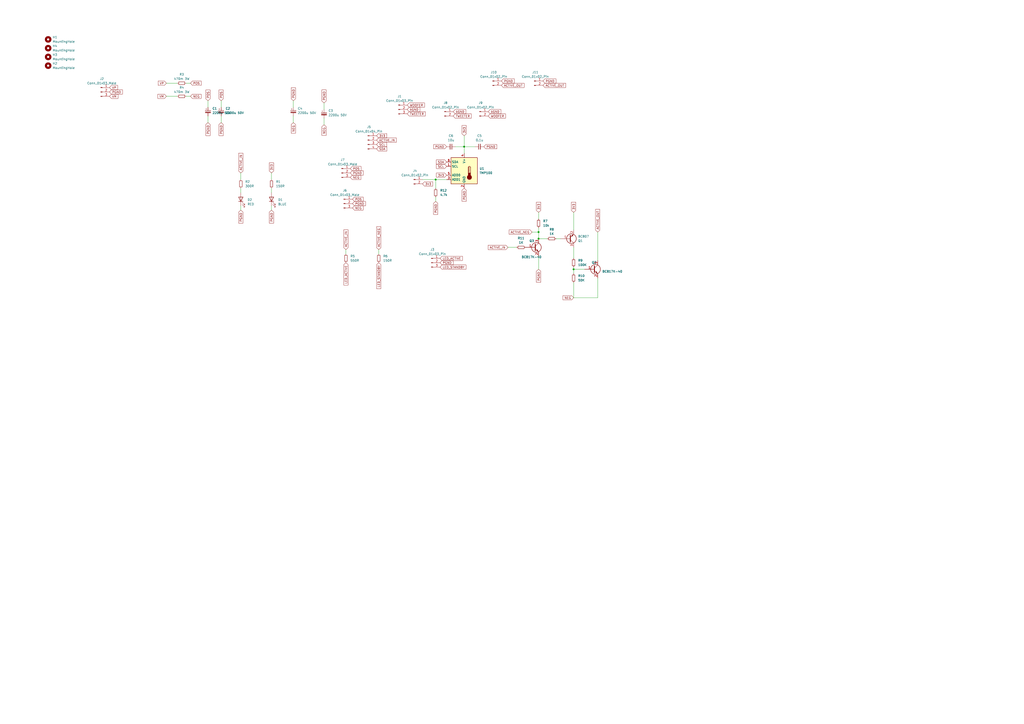
<source format=kicad_sch>
(kicad_sch (version 20231120) (generator "eeschema") (generator_version "8.0")
  (paper "A2")
  (lib_symbols
    (symbol "Connector:Conn_01x02_Pin" (pin_names (offset 1.016) hide)
      (property "Reference" "J" (at 0 2.54 0))
      (property "Value" "Conn_01x02_Pin" (at 0 -5.08 0))
      (symbol "Conn_01x02_Pin_1_1"
        (polyline (pts (xy 1.27 -2.54) (xy 0.8636 -2.54)) (stroke (width 0.1524)))
        (polyline (pts (xy 1.27 0) (xy 0.8636 0)) (stroke (width 0.1524)))
        (rectangle (start 0.8636 -2.413) (end 0 -2.667) (stroke (width 0.1524)) (fill (type outline)))
        (rectangle (start 0.8636 0.127) (end 0 -0.127) (stroke (width 0.1524)) (fill (type outline)))
        (pin passive line (at 5.08 0 180) (length 3.81) (name "Pin_1") (number "1"))
        (pin passive line (at 5.08 -2.54 180) (length 3.81) (name "Pin_2") (number "2"))
      )
    )
    (symbol "Connector:Conn_01x03_Male" (pin_names (offset 1.016) hide)
      (property "Reference" "J" (at 0 5.08 0))
      (property "Value" "Conn_01x03_Male" (at 0 -5.08 0))
      (symbol "Conn_01x03_Male_1_1"
        (polyline (pts (xy 1.27 -2.54) (xy 0.8636 -2.54)) (stroke (width 0.1524)))
        (polyline (pts (xy 1.27 0) (xy 0.8636 0)) (stroke (width 0.1524)))
        (polyline (pts (xy 1.27 2.54) (xy 0.8636 2.54)) (stroke (width 0.1524)))
        (rectangle (start 0.8636 -2.413) (end 0 -2.667) (stroke (width 0.1524)) (fill (type outline)))
        (rectangle (start 0.8636 0.127) (end 0 -0.127) (stroke (width 0.1524)) (fill (type outline)))
        (rectangle (start 0.8636 2.667) (end 0 2.413) (stroke (width 0.1524)) (fill (type outline)))
        (pin passive line (at 5.08 2.54 180) (length 3.81) (name "Pin_1") (number "1"))
        (pin passive line (at 5.08 0 180) (length 3.81) (name "Pin_2") (number "2"))
        (pin passive line (at 5.08 -2.54 180) (length 3.81) (name "Pin_3") (number "3"))
      )
    )
    (symbol "Connector:Conn_01x03_Pin" (pin_names (offset 1.016) hide)
      (property "Reference" "J" (at 0 5.08 0))
      (property "Value" "Conn_01x03_Pin" (at 0 -5.08 0))
      (symbol "Conn_01x03_Pin_1_1"
        (polyline (pts (xy 1.27 -2.54) (xy 0.8636 -2.54)) (stroke (width 0.1524)))
        (polyline (pts (xy 1.27 0) (xy 0.8636 0)) (stroke (width 0.1524)))
        (polyline (pts (xy 1.27 2.54) (xy 0.8636 2.54)) (stroke (width 0.1524)))
        (rectangle (start 0.8636 -2.413) (end 0 -2.667) (stroke (width 0.1524)) (fill (type outline)))
        (rectangle (start 0.8636 0.127) (end 0 -0.127) (stroke (width 0.1524)) (fill (type outline)))
        (rectangle (start 0.8636 2.667) (end 0 2.413) (stroke (width 0.1524)) (fill (type outline)))
        (pin passive line (at 5.08 2.54 180) (length 3.81) (name "Pin_1") (number "1"))
        (pin passive line (at 5.08 0 180) (length 3.81) (name "Pin_2") (number "2"))
        (pin passive line (at 5.08 -2.54 180) (length 3.81) (name "Pin_3") (number "3"))
      )
    )
    (symbol "Connector:Conn_01x04_Pin" (pin_names (offset 1.016) hide)
      (property "Reference" "J" (at 0 5.08 0))
      (property "Value" "Conn_01x04_Pin" (at 0 -7.62 0))
      (symbol "Conn_01x04_Pin_1_1"
        (polyline (pts (xy 1.27 -5.08) (xy 0.8636 -5.08)) (stroke (width 0.1524)))
        (polyline (pts (xy 1.27 -2.54) (xy 0.8636 -2.54)) (stroke (width 0.1524)))
        (polyline (pts (xy 1.27 0) (xy 0.8636 0)) (stroke (width 0.1524)))
        (polyline (pts (xy 1.27 2.54) (xy 0.8636 2.54)) (stroke (width 0.1524)))
        (rectangle (start 0.8636 -4.953) (end 0 -5.207) (stroke (width 0.1524)) (fill (type outline)))
        (rectangle (start 0.8636 -2.413) (end 0 -2.667) (stroke (width 0.1524)) (fill (type outline)))
        (rectangle (start 0.8636 0.127) (end 0 -0.127) (stroke (width 0.1524)) (fill (type outline)))
        (rectangle (start 0.8636 2.667) (end 0 2.413) (stroke (width 0.1524)) (fill (type outline)))
        (pin passive line (at 5.08 2.54 180) (length 3.81) (name "Pin_1") (number "1"))
        (pin passive line (at 5.08 0 180) (length 3.81) (name "Pin_2") (number "2"))
        (pin passive line (at 5.08 -2.54 180) (length 3.81) (name "Pin_3") (number "3"))
        (pin passive line (at 5.08 -5.08 180) (length 3.81) (name "Pin_4") (number "4"))
      )
    )
    (symbol "Device:C_Polarized_Small" (pin_numbers hide) (pin_names (offset 0.254) hide)
      (property "Reference" "C" (at 0.254 1.778 0))
      (property "Value" "C_Polarized_Small" (at 0.254 -2.032 0))
      (symbol "C_Polarized_Small_0_1"
        (rectangle (start -1.524 -0.3048) (end 1.524 -0.6858) (fill (type outline)))
        (rectangle (start -1.524 0.6858) (end 1.524 0.3048))
        (polyline (pts (xy -1.27 1.524) (xy -0.762 1.524)))
        (polyline (pts (xy -1.016 1.27) (xy -1.016 1.778)))
      )
      (symbol "C_Polarized_Small_1_1"
        (pin passive line (at 0 2.54 270) (length 1.8542) (name "~") (number "1"))
        (pin passive line (at 0 -2.54 90) (length 1.8542) (name "~") (number "2"))
      )
    )
    (symbol "Device:C_Small" (pin_numbers hide) (pin_names (offset 0.254) hide)
      (property "Reference" "C" (at 0.254 1.778 0))
      (property "Value" "C_Small" (at 0.254 -2.032 0))
      (symbol "C_Small_0_1"
        (polyline (pts (xy -1.524 -0.508) (xy 1.524 -0.508)) (stroke (width 0.3302)))
        (polyline (pts (xy -1.524 0.508) (xy 1.524 0.508)) (stroke (width 0.3048)))
      )
      (symbol "C_Small_1_1"
        (pin passive line (at 0 2.54 270) (length 2.032) (name "~") (number "1"))
        (pin passive line (at 0 -2.54 90) (length 2.032) (name "~") (number "2"))
      )
    )
    (symbol "Device:LED" (pin_numbers hide) (pin_names (offset 1.016) hide)
      (property "Reference" "D" (at 0 2.54 0))
      (property "Value" "LED" (at 0 -2.54 0))
      (symbol "LED_0_1"
        (polyline (pts (xy -1.27 -1.27) (xy -1.27 1.27)) (stroke (width 0.254)))
        (polyline (pts (xy -1.27 0) (xy 1.27 0)))
        (polyline (pts (xy 1.27 -1.27) (xy 1.27 1.27) (xy -1.27 0) (xy 1.27 -1.27)) (stroke (width 0.254)))
        (polyline (pts (xy -3.048 -0.762) (xy -4.572 -2.286) (xy -3.81 -2.286) (xy -4.572 -2.286) (xy -4.572 -1.524)))
        (polyline (pts (xy -1.778 -0.762) (xy -3.302 -2.286) (xy -2.54 -2.286) (xy -3.302 -2.286) (xy -3.302 -1.524)))
      )
      (symbol "LED_1_1"
        (pin passive line (at -3.81 0 0) (length 2.54) (name "K") (number "1"))
        (pin passive line (at 3.81 0 180) (length 2.54) (name "A") (number "2"))
      )
    )
    (symbol "Device:Q_PNP_BEC" (pin_names (offset 0) hide)
      (property "Reference" "Q" (at 5.08 1.27 0))
      (property "Value" "Q_PNP_BEC" (at 5.08 -1.27 0))
      (symbol "Q_PNP_BEC_0_1"
        (polyline (pts (xy 0.635 0.635) (xy 2.54 2.54)))
        (polyline (pts (xy 0.635 -0.635) (xy 2.54 -2.54) (xy 2.54 -2.54)))
        (polyline (pts (xy 0.635 1.905) (xy 0.635 -1.905) (xy 0.635 -1.905)) (stroke (width 0.508)))
        (polyline (pts (xy 2.286 -1.778) (xy 1.778 -2.286) (xy 1.27 -1.27) (xy 2.286 -1.778) (xy 2.286 -1.778)) (fill (type outline)))
        (circle (center 1.27 0) (radius 2.8194) (stroke (width 0.254)))
      )
      (symbol "Q_PNP_BEC_1_1"
        (pin input line (at -5.08 0 0) (length 5.715) (name "B") (number "1"))
        (pin passive line (at 2.54 -5.08 90) (length 2.54) (name "E") (number "2"))
        (pin passive line (at 2.54 5.08 270) (length 2.54) (name "C") (number "3"))
      )
    )
    (symbol "Device:R_Small" (pin_numbers hide) (pin_names (offset 0.254) hide)
      (property "Reference" "R" (at 0.762 0.508 0))
      (property "Value" "R_Small" (at 0.762 -1.016 0))
      (symbol "R_Small_0_1"
        (rectangle (start -0.762 1.778) (end 0.762 -1.778) (stroke (width 0.2032)))
      )
      (symbol "R_Small_1_1"
        (pin passive line (at 0 2.54 270) (length 0.762) (name "~") (number "1"))
        (pin passive line (at 0 -2.54 90) (length 0.762) (name "~") (number "2"))
      )
    )
    (symbol "Mechanical:MountingHole" (pin_names (offset 1.016))
      (property "Reference" "H" (at 0 5.08 0))
      (property "Value" "MountingHole" (at 0 3.175 0))
      (symbol "MountingHole_0_1"
        (circle (center 0 0) (radius 1.27) (stroke (width 1.27)))
      )
    )
    (symbol "Sensor_Temperature:TMP100"
      (property "Reference" "U" (at 10.16 6.35 0))
      (property "Value" "TMP100" (at 12.7 3.81 0))
      (symbol "TMP100_0_1"
        (rectangle (start -7.62 7.62) (end 7.62 -7.62) (stroke (width 0.254)) (fill (type background)))
      )
      (symbol "TMP100_1_1"
        (polyline (pts (xy 2.413 -0.635) (xy 3.048 -0.635)) (stroke (width 0.254)))
        (polyline (pts (xy 2.413 0) (xy 3.048 0)) (stroke (width 0.254)))
        (polyline (pts (xy 2.413 0.635) (xy 3.048 0.635)) (stroke (width 0.254)))
        (polyline (pts (xy 2.413 1.27) (xy 3.048 1.27)) (stroke (width 0.254)))
        (polyline (pts (xy 2.413 1.905) (xy 2.413 -1.27)) (stroke (width 0.254)))
        (polyline (pts (xy 2.413 1.905) (xy 3.048 1.905)) (stroke (width 0.254)))
        (polyline (pts (xy 3.683 1.905) (xy 3.683 -1.27)) (stroke (width 0.254)))
        (circle (center 3.048 -3.81) (radius 1.27) (stroke (width 0.254)) (fill (type outline)))
        (rectangle (start 3.683 -3.175) (end 2.413 -1.27) (stroke (width 0.254)) (fill (type outline)))
        (arc (start 3.683 1.905) (mid 3.048 2.5373) (end 2.413 1.905) (stroke (width 0.254)))
        (pin input line (at -10.16 2.54 0) (length 2.54) (name "SCL") (number "1"))
        (pin power_in line (at 0 -10.16 90) (length 2.54) (name "GND") (number "2"))
        (pin input line (at -10.16 -5.08 0) (length 2.54) (name "ADD1") (number "3"))
        (pin power_in line (at 0 10.16 270) (length 2.54) (name "V+") (number "4"))
        (pin input line (at -10.16 -2.54 0) (length 2.54) (name "ADD0") (number "5"))
        (pin bidirectional line (at -10.16 5.08 0) (length 2.54) (name "SDA") (number "6"))
      )
    )
    (symbol "Transistor_BJT:2N3055" (pin_names (offset 0) hide)
      (property "Reference" "Q" (at 5.08 1.905 0))
      (property "Value" "2N3055" (at 5.08 0 0))
      (symbol "2N3055_0_1"
        (polyline (pts (xy 0.635 0.635) (xy 2.54 2.54)))
        (polyline (pts (xy 0.635 -0.635) (xy 2.54 -2.54) (xy 2.54 -2.54)))
        (polyline (pts (xy 0.635 1.905) (xy 0.635 -1.905) (xy 0.635 -1.905)) (stroke (width 0.508)))
        (polyline (pts (xy 1.27 -1.778) (xy 1.778 -1.27) (xy 2.286 -2.286) (xy 1.27 -1.778) (xy 1.27 -1.778)) (fill (type outline)))
        (circle (center 1.27 0) (radius 2.8194) (stroke (width 0.254)))
      )
      (symbol "2N3055_1_1"
        (pin input line (at -5.08 0 0) (length 5.715) (name "B") (number "1"))
        (pin passive line (at 2.54 -5.08 90) (length 2.54) (name "E") (number "2"))
        (pin passive line (at 2.54 5.08 270) (length 2.54) (name "C") (number "3"))
      )
    )
  )
  (junction (at 312.42 138.43))
  (junction (at 312.42 134.62))
  (junction (at 332.74 156.21))
  (junction (at 252.73 104.14))
  (junction (at 269.24 85.09))
  (wire (pts (xy 102.87 48.26) (xy 96.52 48.26)))
  (wire (pts (xy 245.11 104.14) (xy 252.73 104.14)))
  (wire (pts (xy 110.49 55.88) (xy 107.95 55.88)))
  (wire (pts (xy 312.42 156.21) (xy 312.42 148.59)))
  (wire (pts (xy 139.7 104.14) (xy 139.7 100.33)))
  (wire (pts (xy 128.27 58.42) (xy 128.27 62.23)))
  (wire (pts (xy 308.61 134.62) (xy 312.42 134.62)))
  (wire (pts (xy 312.42 134.62) (xy 312.42 138.43)))
  (wire (pts (xy 332.74 172.72) (xy 346.71 172.72)))
  (wire (pts (xy 102.87 55.88) (xy 96.52 55.88)))
  (wire (pts (xy 170.18 71.12) (xy 170.18 67.31)))
  (wire (pts (xy 120.65 71.12) (xy 120.65 67.31)))
  (wire (pts (xy 332.74 158.75) (xy 332.74 156.21)))
  (wire (pts (xy 170.18 58.42) (xy 170.18 62.23)))
  (wire (pts (xy 294.64 143.51) (xy 299.72 143.51)))
  (wire (pts (xy 187.96 72.39) (xy 187.96 68.58)))
  (wire (pts (xy 332.74 172.72) (xy 332.74 163.83)))
  (wire (pts (xy 269.24 85.09) (xy 275.59 85.09)))
  (wire (pts (xy 269.24 85.09) (xy 269.24 88.9)))
  (wire (pts (xy 187.96 59.69) (xy 187.96 63.5)))
  (wire (pts (xy 139.7 111.76) (xy 139.7 109.22)))
  (wire (pts (xy 200.66 147.32) (xy 200.66 144.78)))
  (wire (pts (xy 139.7 121.92) (xy 139.7 119.38)))
  (wire (pts (xy 157.48 104.14) (xy 157.48 100.33)))
  (wire (pts (xy 312.42 132.08) (xy 312.42 134.62)))
  (wire (pts (xy 252.73 116.84) (xy 252.73 114.3)))
  (wire (pts (xy 332.74 143.51) (xy 332.74 149.86)))
  (wire (pts (xy 264.16 85.09) (xy 269.24 85.09)))
  (wire (pts (xy 120.65 58.42) (xy 120.65 62.23)))
  (wire (pts (xy 252.73 104.14) (xy 259.08 104.14)))
  (wire (pts (xy 312.42 123.19) (xy 312.42 127)))
  (wire (pts (xy 332.74 156.21) (xy 332.74 154.94)))
  (wire (pts (xy 332.74 123.19) (xy 332.74 133.35)))
  (wire (pts (xy 157.48 121.92) (xy 157.48 119.38)))
  (wire (pts (xy 157.48 111.76) (xy 157.48 109.22)))
  (wire (pts (xy 219.71 147.32) (xy 219.71 144.78)))
  (wire (pts (xy 346.71 134.62) (xy 346.71 151.13)))
  (wire (pts (xy 269.24 78.74) (xy 269.24 85.09)))
  (wire (pts (xy 346.71 161.29) (xy 346.71 172.72)))
  (wire (pts (xy 252.73 109.22) (xy 252.73 104.14)))
  (wire (pts (xy 332.74 156.21) (xy 339.09 156.21)))
  (wire (pts (xy 312.42 138.43) (xy 317.5 138.43)))
  (wire (pts (xy 322.58 138.43) (xy 325.12 138.43)))
  (wire (pts (xy 128.27 71.12) (xy 128.27 67.31)))
  (wire (pts (xy 110.49 48.26) (xy 107.95 48.26)))
  (global_label "3V3" (shape input) (at 259.08 101.6 180) (property "Intersheetrefs" "${INTERSHEET_REFS}" (effects (hide yes))))
  (global_label "LED_STANDBY" (shape input) (at 219.71 152.4 270) (property "Intersheetrefs" "${INTERSHEET_REFS}" (effects (hide yes))))
  (global_label "PGND" (shape input) (at 187.96 59.69 90) (property "Intersheetrefs" "${INTERSHEET_REFS}" (effects (hide yes))))
  (global_label "POS" (shape input) (at 203.2 97.79 0) (property "Intersheetrefs" "${INTERSHEET_REFS}" (effects (hide yes))))
  (global_label "3V3" (shape input) (at 332.74 123.19 90) (property "Intersheetrefs" "${INTERSHEET_REFS}" (effects (hide yes))))
  (global_label "PGND" (shape input) (at 128.27 71.12 270) (property "Intersheetrefs" "${INTERSHEET_REFS}" (effects (hide yes))))
  (global_label "PGND" (shape input) (at 269.24 109.22 270) (property "Intersheetrefs" "${INTERSHEET_REFS}" (effects (hide yes))))
  (global_label "TWEETER" (shape input) (at 236.22 66.04 0) (property "Intersheetrefs" "${INTERSHEET_REFS}" (effects (hide yes))))
  (global_label "WOOFER" (shape input) (at 236.22 60.96 0) (property "Intersheetrefs" "${INTERSHEET_REFS}" (effects (hide yes))))
  (global_label "POS" (shape input) (at 204.47 115.57 0) (property "Intersheetrefs" "${INTERSHEET_REFS}" (effects (hide yes))))
  (global_label "PGND" (shape input) (at 312.42 156.21 270) (property "Intersheetrefs" "${INTERSHEET_REFS}" (effects (hide yes))))
  (global_label "ACTIVE_OUT" (shape input) (at 290.83 49.53 0) (property "Intersheetrefs" "${INTERSHEET_REFS}" (effects (hide yes))))
  (global_label "NEG" (shape input) (at 204.47 120.65 0) (property "Intersheetrefs" "${INTERSHEET_REFS}" (effects (hide yes))))
  (global_label "PGND" (shape input) (at 259.08 85.09 180) (property "Intersheetrefs" "${INTERSHEET_REFS}" (effects (hide yes))))
  (global_label "3V3" (shape input) (at 157.48 100.33 90) (property "Intersheetrefs" "${INTERSHEET_REFS}" (effects (hide yes))))
  (global_label "PGND" (shape input) (at 170.18 58.42 90) (property "Intersheetrefs" "${INTERSHEET_REFS}" (effects (hide yes))))
  (global_label "ACTIVE_IN" (shape input) (at 218.44 81.28 0) (property "Intersheetrefs" "${INTERSHEET_REFS}" (effects (hide yes))))
  (global_label "PGND" (shape input) (at 157.48 121.92 270) (property "Intersheetrefs" "${INTERSHEET_REFS}" (effects (hide yes))))
  (global_label "ACTIVE_IN" (shape input) (at 139.7 100.33 90) (property "Intersheetrefs" "${INTERSHEET_REFS}" (effects (hide yes))))
  (global_label "ACTIVE_IN" (shape input) (at 200.66 144.78 90) (property "Intersheetrefs" "${INTERSHEET_REFS}" (effects (hide yes))))
  (global_label "NEG" (shape input) (at 110.49 55.88 0) (property "Intersheetrefs" "${INTERSHEET_REFS}" (effects (hide yes))))
  (global_label "AGND" (shape input) (at 283.21 64.77 0) (property "Intersheetrefs" "${INTERSHEET_REFS}" (effects (hide yes))))
  (global_label "ACTIVE_OUT" (shape input) (at 346.71 134.62 90) (property "Intersheetrefs" "${INTERSHEET_REFS}" (effects (hide yes))))
  (global_label "SDA" (shape input) (at 218.44 86.36 0) (property "Intersheetrefs" "${INTERSHEET_REFS}" (effects (hide yes))))
  (global_label "WOOFER" (shape input) (at 283.21 67.31 0) (property "Intersheetrefs" "${INTERSHEET_REFS}" (effects (hide yes))))
  (global_label "3V3" (shape input) (at 245.11 106.68 0) (property "Intersheetrefs" "${INTERSHEET_REFS}" (effects (hide yes))))
  (global_label "3V3" (shape input) (at 218.44 78.74 0) (property "Intersheetrefs" "${INTERSHEET_REFS}" (effects (hide yes))))
  (global_label "ACTIVE_OUT" (shape input) (at 314.96 49.53 0) (property "Intersheetrefs" "${INTERSHEET_REFS}" (effects (hide yes))))
  (global_label "VP" (shape input) (at 96.52 48.26 180) (property "Intersheetrefs" "${INTERSHEET_REFS}" (effects (hide yes))))
  (global_label "SDA" (shape input) (at 259.08 93.98 180) (property "Intersheetrefs" "${INTERSHEET_REFS}" (effects (hide yes))))
  (global_label "LED_STANDBY" (shape input) (at 255.27 154.94 0) (property "Intersheetrefs" "${INTERSHEET_REFS}" (effects (hide yes))))
  (global_label "NEG" (shape input) (at 170.18 71.12 270) (property "Intersheetrefs" "${INTERSHEET_REFS}" (effects (hide yes))))
  (global_label "ACTIVE_NEG" (shape input) (at 219.71 144.78 90) (property "Intersheetrefs" "${INTERSHEET_REFS}" (effects (hide yes))))
  (global_label "VM" (shape input) (at 63.5 55.88 0) (property "Intersheetrefs" "${INTERSHEET_REFS}" (effects (hide yes))))
  (global_label "SCL" (shape input) (at 259.08 96.52 180) (property "Intersheetrefs" "${INTERSHEET_REFS}" (effects (hide yes))))
  (global_label "LED_ACTIVE" (shape input) (at 200.66 152.4 270) (property "Intersheetrefs" "${INTERSHEET_REFS}" (effects (hide yes))))
  (global_label "3V3" (shape input) (at 312.42 123.19 90) (property "Intersheetrefs" "${INTERSHEET_REFS}" (effects (hide yes))))
  (global_label "PGND" (shape input) (at 255.27 152.4 0) (property "Intersheetrefs" "${INTERSHEET_REFS}" (effects (hide yes))))
  (global_label "PGND" (shape input) (at 139.7 121.92 270) (property "Intersheetrefs" "${INTERSHEET_REFS}" (effects (hide yes))))
  (global_label "PGND" (shape input) (at 120.65 71.12 270) (property "Intersheetrefs" "${INTERSHEET_REFS}" (effects (hide yes))))
  (global_label "PGND" (shape input) (at 203.2 100.33 0) (property "Intersheetrefs" "${INTERSHEET_REFS}" (effects (hide yes))))
  (global_label "POS" (shape input) (at 110.49 48.26 0) (property "Intersheetrefs" "${INTERSHEET_REFS}" (effects (hide yes))))
  (global_label "POS" (shape input) (at 120.65 58.42 90) (property "Intersheetrefs" "${INTERSHEET_REFS}" (effects (hide yes))))
  (global_label "VP" (shape input) (at 63.5 50.8 0) (property "Intersheetrefs" "${INTERSHEET_REFS}" (effects (hide yes))))
  (global_label "PGND" (shape input) (at 280.67 85.09 0) (property "Intersheetrefs" "${INTERSHEET_REFS}" (effects (hide yes))))
  (global_label "SCL" (shape input) (at 218.44 83.82 0) (property "Intersheetrefs" "${INTERSHEET_REFS}" (effects (hide yes))))
  (global_label "PGND" (shape input) (at 204.47 118.11 0) (property "Intersheetrefs" "${INTERSHEET_REFS}" (effects (hide yes))))
  (global_label "NEG" (shape input) (at 187.96 72.39 270) (property "Intersheetrefs" "${INTERSHEET_REFS}" (effects (hide yes))))
  (global_label "ACTIVE_IN" (shape input) (at 294.64 143.51 180) (property "Intersheetrefs" "${INTERSHEET_REFS}" (effects (hide yes))))
  (global_label "PGND" (shape input) (at 252.73 116.84 270) (property "Intersheetrefs" "${INTERSHEET_REFS}" (effects (hide yes))))
  (global_label "TWEETER" (shape input) (at 262.89 67.31 0) (property "Intersheetrefs" "${INTERSHEET_REFS}" (effects (hide yes))))
  (global_label "VM" (shape input) (at 96.52 55.88 180) (property "Intersheetrefs" "${INTERSHEET_REFS}" (effects (hide yes))))
  (global_label "PGND" (shape input) (at 290.83 46.99 0) (property "Intersheetrefs" "${INTERSHEET_REFS}" (effects (hide yes))))
  (global_label "AGND" (shape input) (at 262.89 64.77 0) (property "Intersheetrefs" "${INTERSHEET_REFS}" (effects (hide yes))))
  (global_label "ACTIVE_NEG" (shape input) (at 308.61 134.62 180) (property "Intersheetrefs" "${INTERSHEET_REFS}" (effects (hide yes))))
  (global_label "PGND" (shape input) (at 314.96 46.99 0) (property "Intersheetrefs" "${INTERSHEET_REFS}" (effects (hide yes))))
  (global_label "POS" (shape input) (at 128.27 58.42 90) (property "Intersheetrefs" "${INTERSHEET_REFS}" (effects (hide yes))))
  (global_label "PGND" (shape input) (at 63.5 53.34 0) (property "Intersheetrefs" "${INTERSHEET_REFS}" (effects (hide yes))))
  (global_label "3V3" (shape input) (at 269.24 78.74 90) (property "Intersheetrefs" "${INTERSHEET_REFS}" (effects (hide yes))))
  (global_label "AGND" (shape input) (at 236.22 63.5 0) (property "Intersheetrefs" "${INTERSHEET_REFS}" (effects (hide yes))))
  (global_label "NEG" (shape input) (at 332.74 172.72 180) (property "Intersheetrefs" "${INTERSHEET_REFS}" (effects (hide yes))))
  (global_label "NEG" (shape input) (at 203.2 102.87 0) (property "Intersheetrefs" "${INTERSHEET_REFS}" (effects (hide yes))))
  (global_label "LED_ACTIVE" (shape input) (at 255.27 149.86 0) (property "Intersheetrefs" "${INTERSHEET_REFS}" (effects (hide yes))))
  (symbol (lib_id "Device:C_Polarized_Small") (at 120.65 64.77 0) (unit 1)
    (property "Reference" "C1" (at 123.19 62.9538 0) (effects (justify left)))
    (property "Value" "2200u 50V" (at 123.19 65.4938 0) (effects (justify left)))
    (property "Footprint" "Capacitor_THT:CP_Radial_D16.0mm_P7.50mm" (effects (hide yes)))
    (property "Description" "Polarized capacitor, small symbol" (effects (hide yes)))
    (property "Mouser" " 80-ESH228M050AM3AA " (effects (hide yes)))
  )
  (symbol (lib_id "Connector:Conn_01x02_Pin") (at 278.13 64.77 0) (unit 1)
    (property "Reference" "J9" (at 278.765 59.69 0))
    (property "Value" "Conn_01x02_Pin" (at 278.765 62.23 0))
    (property "Footprint" "Connector_JST:JST_PH_B2B-PH-K_1x02_P2.00mm_Vertical" (effects (hide yes)))
    (property "Description" "Generic connector, single row, 01x02, script generated" (effects (hide yes)))
  )
  (symbol (lib_id "Device:R_Small") (at 332.74 152.4 180) (unit 1)
    (property "Reference" "R9" (at 335.28 151.1299 0) (effects (justify right)))
    (property "Value" "100K" (at 335.28 153.6699 0) (effects (justify right)))
    (property "Footprint" "Resistor_SMD:R_0603_1608Metric_Pad0.98x0.95mm_HandSolder" (effects (hide yes)))
  )
  (symbol (lib_id "Connector:Conn_01x03_Male") (at 58.42 53.34 0) (unit 1)
    (property "Reference" "J2" (at 59.055 45.72 0))
    (property "Value" "Conn_01x03_Male" (at 59.055 48.26 0))
    (property "Footprint" "Connector_JST:JST_VH_B3P-VH-B_1x03_P3.96mm_Vertical" (effects (hide yes)))
  )
  (symbol (lib_id "Mechanical:MountingHole") (at 27.94 27.94 0) (unit 1)
    (property "Reference" "H4" (at 30.48 26.6699 0) (effects (justify left)))
    (property "Value" "MountingHole" (at 30.48 29.2099 0) (effects (justify left)))
    (property "Footprint" "MountingHole:MountingHole_3.2mm_M3_DIN965_Pad_TopOnly" (effects (hide yes)))
  )
  (symbol (lib_id "Connector:Conn_01x02_Pin") (at 309.88 46.99 0) (unit 1)
    (property "Reference" "J11" (at 310.515 41.91 0))
    (property "Value" "Conn_01x02_Pin" (at 310.515 44.45 0))
    (property "Footprint" "Connector_JST:JST_PH_B2B-PH-K_1x02_P2.00mm_Vertical" (effects (hide yes)))
    (property "Description" "Generic connector, single row, 01x02, script generated" (effects (hide yes)))
  )
  (symbol (lib_id "Device:LED") (at 157.48 115.57 90) (unit 1)
    (property "Reference" "D1" (at 161.29 115.8874 90) (effects (justify right)))
    (property "Value" "BLUE" (at 161.29 118.4274 90) (effects (justify right)))
    (property "Footprint" "LED_SMD:LED_0603_1608Metric_Pad1.05x0.95mm_HandSolder" (effects (hide yes)))
    (property "Description" "Light emitting diode" (effects (hide yes)))
  )
  (symbol (lib_id "Device:R_Small") (at 105.41 48.26 90) (unit 1)
    (property "Reference" "R3" (at 105.41 43.18 90))
    (property "Value" "470m 3W" (at 105.41 45.72 90))
    (property "Footprint" "Resistor_SMD:R_1218_3246Metric_Pad1.22x4.75mm_HandSolder" (effects (hide yes)))
    (property "Description" "Resistor, small symbol" (effects (hide yes)))
    (property "Mouser" "RLW73PA3FR47TDF" (effects (hide yes)))
  )
  (symbol (lib_id "Connector:Conn_01x02_Pin") (at 257.81 64.77 0) (unit 1)
    (property "Reference" "J8" (at 258.445 59.69 0))
    (property "Value" "Conn_01x02_Pin" (at 258.445 62.23 0))
    (property "Footprint" "Connector_JST:JST_PH_B2B-PH-K_1x02_P2.00mm_Vertical" (effects (hide yes)))
    (property "Description" "Generic connector, single row, 01x02, script generated" (effects (hide yes)))
  )
  (symbol (lib_id "Connector:Conn_01x03_Pin") (at 250.19 152.4 0) (unit 1)
    (property "Reference" "J3" (at 250.825 144.78 0))
    (property "Value" "Conn_01x03_Pin" (at 250.825 147.32 0))
    (property "Footprint" "Connector_JST:JST_PH_B3B-PH-K_1x03_P2.00mm_Vertical" (effects (hide yes)))
    (property "Description" "Generic connector, single row, 01x03, script generated" (effects (hide yes)))
  )
  (symbol (lib_id "Device:LED") (at 139.7 115.57 90) (unit 1)
    (property "Reference" "D2" (at 143.51 115.8874 90) (effects (justify right)))
    (property "Value" "RED" (at 143.51 118.4274 90) (effects (justify right)))
    (property "Footprint" "LED_SMD:LED_0603_1608Metric_Pad1.05x0.95mm_HandSolder" (effects (hide yes)))
    (property "Description" "Light emitting diode" (effects (hide yes)))
  )
  (symbol (lib_id "Device:R_Small") (at 252.73 111.76 0) (unit 1)
    (property "Reference" "R12" (at 255.27 110.4899 0) (effects (justify left)))
    (property "Value" "4.7k" (at 255.27 113.0299 0) (effects (justify left)))
    (property "Footprint" "Resistor_SMD:R_0603_1608Metric_Pad0.98x0.95mm_HandSolder" (effects (hide yes)))
  )
  (symbol (lib_id "Device:R_Small") (at 320.04 138.43 90) (unit 1)
    (property "Reference" "R8" (at 320.04 133.096 90))
    (property "Value" "1K" (at 320.04 135.636 90))
    (property "Footprint" "Resistor_SMD:R_0603_1608Metric_Pad0.98x0.95mm_HandSolder" (effects (hide yes)))
  )
  (symbol (lib_id "Transistor_BJT:2N3055") (at 309.88 143.51 0) (unit 1)
    (property "Reference" "Q3" (at 307.086 139.7 0) (effects (justify left)))
    (property "Value" "BC817K-40" (at 302.514 149.098 0) (effects (justify left)))
    (property "Footprint" "Package_TO_SOT_SMD:TSOT-23" (effects (hide yes)))
    (property "Datasheet" "http://www.onsemi.com/pub_link/Collateral/2N3055-D.PDF" (effects (hide yes)))
    (property "Mouser" "637-BC817K-40" (effects (hide yes)))
  )
  (symbol (lib_id "Device:R_Small") (at 139.7 106.68 180) (unit 1)
    (property "Reference" "R2" (at 142.24 105.4099 0) (effects (justify right)))
    (property "Value" "300R" (at 142.24 107.9499 0) (effects (justify right)))
    (property "Footprint" "Resistor_SMD:R_0603_1608Metric_Pad0.98x0.95mm_HandSolder" (effects (hide yes)))
  )
  (symbol (lib_id "Device:Q_PNP_BEC") (at 330.2 138.43 0) (mirror x) (unit 1)
    (property "Reference" "Q1" (at 335.28 139.7001 0) (effects (justify left)))
    (property "Value" "BC807" (at 335.28 137.1601 0) (effects (justify left)))
    (property "Footprint" "Package_TO_SOT_SMD:TSOT-23" (effects (hide yes)))
    (property "Description" "PNP transistor, base/emitter/collector" (effects (hide yes)))
    (property "Mouser" "637-BC807-16" (effects (hide yes)))
  )
  (symbol (lib_id "Device:R_Small") (at 200.66 149.86 180) (unit 1)
    (property "Reference" "R5" (at 203.2 148.5899 0) (effects (justify right)))
    (property "Value" "550R" (at 203.2 151.1299 0) (effects (justify right)))
    (property "Footprint" "Resistor_SMD:R_0603_1608Metric_Pad0.98x0.95mm_HandSolder" (effects (hide yes)))
  )
  (symbol (lib_id "Device:C_Small") (at 261.62 85.09 270) (unit 1)
    (property "Reference" "C6" (at 261.6136 78.74 90))
    (property "Value" "10u" (at 261.6136 81.28 90))
    (property "Footprint" "Capacitor_SMD:C_1206_3216Metric_Pad1.33x1.80mm_HandSolder" (effects (hide yes)))
    (property "Description" "Unpolarized capacitor, small symbol" (effects (hide yes)))
  )
  (symbol (lib_id "Connector:Conn_01x03_Male") (at 199.39 118.11 0) (unit 1)
    (property "Reference" "J6" (at 200.025 110.49 0))
    (property "Value" "Conn_01x03_Male" (at 200.025 113.03 0))
    (property "Footprint" "Connector_JST:JST_VH_B3P-VH-B_1x03_P3.96mm_Vertical" (effects (hide yes)))
  )
  (symbol (lib_id "Device:R_Small") (at 157.48 106.68 180) (unit 1)
    (property "Reference" "R1" (at 160.02 105.4099 0) (effects (justify right)))
    (property "Value" "150R" (at 160.02 107.9499 0) (effects (justify right)))
    (property "Footprint" "Resistor_SMD:R_0603_1608Metric_Pad0.98x0.95mm_HandSolder" (effects (hide yes)))
  )
  (symbol (lib_id "Mechanical:MountingHole") (at 27.94 33.02 0) (unit 1)
    (property "Reference" "H3" (at 30.48 31.7499 0) (effects (justify left)))
    (property "Value" "MountingHole" (at 30.48 34.2899 0) (effects (justify left)))
    (property "Footprint" "MountingHole:MountingHole_3.2mm_M3_DIN965_Pad_TopOnly" (effects (hide yes)))
  )
  (symbol (lib_id "Device:R_Small") (at 302.26 143.51 90) (unit 1)
    (property "Reference" "R11" (at 302.26 138.176 90))
    (property "Value" "1K" (at 302.26 140.716 90))
    (property "Footprint" "Resistor_SMD:R_0603_1608Metric_Pad0.98x0.95mm_HandSolder" (effects (hide yes)))
  )
  (symbol (lib_id "Device:R_Small") (at 219.71 149.86 180) (unit 1)
    (property "Reference" "R6" (at 222.25 148.5899 0) (effects (justify right)))
    (property "Value" "150R" (at 222.25 151.1299 0) (effects (justify right)))
    (property "Footprint" "Resistor_SMD:R_0603_1608Metric_Pad0.98x0.95mm_HandSolder" (effects (hide yes)))
  )
  (symbol (lib_id "Mechanical:MountingHole") (at 27.94 22.86 0) (unit 1)
    (property "Reference" "H1" (at 30.48 21.5899 0) (effects (justify left)))
    (property "Value" "MountingHole" (at 30.48 24.1299 0) (effects (justify left)))
    (property "Footprint" "MountingHole:MountingHole_3.2mm_M3_DIN965_Pad_TopOnly" (effects (hide yes)))
  )
  (symbol (lib_id "Device:R_Small") (at 312.42 129.54 180) (unit 1)
    (property "Reference" "R7" (at 314.96 128.2699 0) (effects (justify right)))
    (property "Value" "10k" (at 314.96 130.8099 0) (effects (justify right)))
    (property "Footprint" "Resistor_SMD:R_0603_1608Metric_Pad0.98x0.95mm_HandSolder" (effects (hide yes)))
  )
  (symbol (lib_id "Device:R_Small") (at 105.41 55.88 90) (unit 1)
    (property "Reference" "R4" (at 105.41 50.8 90))
    (property "Value" "470m 3W" (at 105.41 53.34 90))
    (property "Footprint" "Resistor_SMD:R_1218_3246Metric_Pad1.22x4.75mm_HandSolder" (effects (hide yes)))
    (property "Description" "Resistor, small symbol" (effects (hide yes)))
    (property "Mouser" "RLW73PA3FR47TDF" (effects (hide yes)))
  )
  (symbol (lib_id "Connector:Conn_01x03_Male") (at 198.12 100.33 0) (unit 1)
    (property "Reference" "J7" (at 198.755 92.71 0))
    (property "Value" "Conn_01x03_Male" (at 198.755 95.25 0))
    (property "Footprint" "Connector_JST:JST_VH_B3P-VH-B_1x03_P3.96mm_Vertical" (effects (hide yes)))
  )
  (symbol (lib_id "Device:C_Polarized_Small") (at 187.96 66.04 0) (unit 1)
    (property "Reference" "C3" (at 190.5 64.2238 0) (effects (justify left)))
    (property "Value" "2200u 50V" (at 190.5 66.7638 0) (effects (justify left)))
    (property "Footprint" "Capacitor_THT:CP_Radial_D16.0mm_P7.50mm" (effects (hide yes)))
    (property "Description" "Polarized capacitor, small symbol" (effects (hide yes)))
    (property "Mouser" " 80-ESH228M050AM3AA " (effects (hide yes)))
  )
  (symbol (lib_id "Connector:Conn_01x04_Pin") (at 213.36 81.28 0) (unit 1)
    (property "Reference" "J5" (at 213.995 73.66 0))
    (property "Value" "Conn_01x04_Pin" (at 213.995 76.2 0))
    (property "Footprint" "Connector_JST:JST_PH_B4B-PH-K_1x04_P2.00mm_Vertical" (effects (hide yes)))
    (property "Description" "Generic connector, single row, 01x04, script generated" (effects (hide yes)))
  )
  (symbol (lib_id "Device:R_Small") (at 332.74 161.29 180) (unit 1)
    (property "Reference" "R10" (at 335.28 160.0199 0) (effects (justify right)))
    (property "Value" "50K" (at 335.28 162.5599 0) (effects (justify right)))
    (property "Footprint" "Resistor_SMD:R_0603_1608Metric_Pad0.98x0.95mm_HandSolder" (effects (hide yes)))
  )
  (symbol (lib_id "Connector:Conn_01x02_Pin") (at 285.75 46.99 0) (unit 1)
    (property "Reference" "J10" (at 286.385 41.91 0))
    (property "Value" "Conn_01x02_Pin" (at 286.385 44.45 0))
    (property "Footprint" "Connector_JST:JST_PH_B2B-PH-K_1x02_P2.00mm_Vertical" (effects (hide yes)))
    (property "Description" "Generic connector, single row, 01x02, script generated" (effects (hide yes)))
  )
  (symbol (lib_id "Connector:Conn_01x03_Pin") (at 231.14 63.5 0) (unit 1)
    (property "Reference" "J1" (at 231.775 55.88 0))
    (property "Value" "Conn_01x03_Pin" (at 231.775 58.42 0))
    (property "Footprint" "Connector_JST:JST_PH_B3B-PH-K_1x03_P2.00mm_Vertical" (effects (hide yes)))
    (property "Description" "Generic connector, single row, 01x03, script generated" (effects (hide yes)))
  )
  (symbol (lib_id "Mechanical:MountingHole") (at 27.94 38.1 0) (unit 1)
    (property "Reference" "H2" (at 30.48 36.8299 0) (effects (justify left)))
    (property "Value" "MountingHole" (at 30.48 39.3699 0) (effects (justify left)))
    (property "Footprint" "MountingHole:MountingHole_3.2mm_M3_DIN965_Pad_TopOnly" (effects (hide yes)))
  )
  (symbol (lib_id "Sensor_Temperature:TMP100") (at 269.24 99.06 0) (unit 1)
    (property "Reference" "U1" (at 278.13 97.7899 0) (effects (justify left)))
    (property "Value" "TMP100" (at 278.13 100.3299 0) (effects (justify left)))
    (property "Footprint" "Package_TO_SOT_SMD:SOT-23-6" (effects (hide yes)))
    (property "Datasheet" "http://www.ti.com/lit/gpn/tmp100" (effects (hide yes)))
    (property "Description" "Temperature Sensor with I2C/SMBus Interface, SOT-23-6" (effects (hide yes)))
  )
  (symbol (lib_id "Connector:Conn_01x02_Pin") (at 240.03 104.14 0) (unit 1)
    (property "Reference" "J4" (at 240.665 99.06 0))
    (property "Value" "Conn_01x02_Pin" (at 240.665 101.6 0))
    (property "Footprint" "Connector_PinHeader_2.54mm:PinHeader_1x02_P2.54mm_Vertical" (effects (hide yes)))
    (property "Description" "Generic connector, single row, 01x02, script generated" (effects (hide yes)))
  )
  (symbol (lib_id "Transistor_BJT:2N3055") (at 344.17 156.21 0) (unit 1)
    (property "Reference" "Q2" (at 343.281 152.273 0) (effects (justify left)))
    (property "Value" "BC817K-40" (at 349.377 157.4799 0) (effects (justify left)))
    (property "Footprint" "Package_TO_SOT_SMD:TSOT-23" (effects (hide yes)))
    (property "Datasheet" "http://www.onsemi.com/pub_link/Collateral/2N3055-D.PDF" (effects (hide yes)))
    (property "Mouser" "637-BC817K-40" (effects (hide yes)))
  )
  (symbol (lib_id "Device:C_Polarized_Small") (at 170.18 64.77 0) (unit 1)
    (property "Reference" "C4" (at 172.72 62.9538 0) (effects (justify left)))
    (property "Value" "2200u 50V" (at 172.72 65.4938 0) (effects (justify left)))
    (property "Footprint" "Capacitor_THT:CP_Radial_D16.0mm_P7.50mm" (effects (hide yes)))
    (property "Description" "Polarized capacitor, small symbol" (effects (hide yes)))
    (property "Mouser" " 80-ESH228M050AM3AA " (effects (hide yes)))
  )
  (symbol (lib_id "Device:C_Small") (at 278.13 85.09 90) (unit 1)
    (property "Reference" "C5" (at 278.1363 78.74 90))
    (property "Value" "0.1u" (at 278.1363 81.28 90))
    (property "Footprint" "Capacitor_SMD:C_0805_2012Metric_Pad1.18x1.45mm_HandSolder" (effects (hide yes)))
    (property "Description" "Unpolarized capacitor, small symbol" (effects (hide yes)))
  )
  (symbol (lib_id "Device:C_Polarized_Small") (at 128.27 64.77 0) (unit 1)
    (property "Reference" "C2" (at 130.81 62.9538 0) (effects (justify left)))
    (property "Value" "2200u 50V" (at 130.81 65.4938 0) (effects (justify left)))
    (property "Footprint" "Capacitor_THT:CP_Radial_D16.0mm_P7.50mm" (effects (hide yes)))
    (property "Description" "Polarized capacitor, small symbol" (effects (hide yes)))
    (property "Mouser" " 80-ESH228M050AM3AA " (effects (hide yes)))
  )
)
</source>
